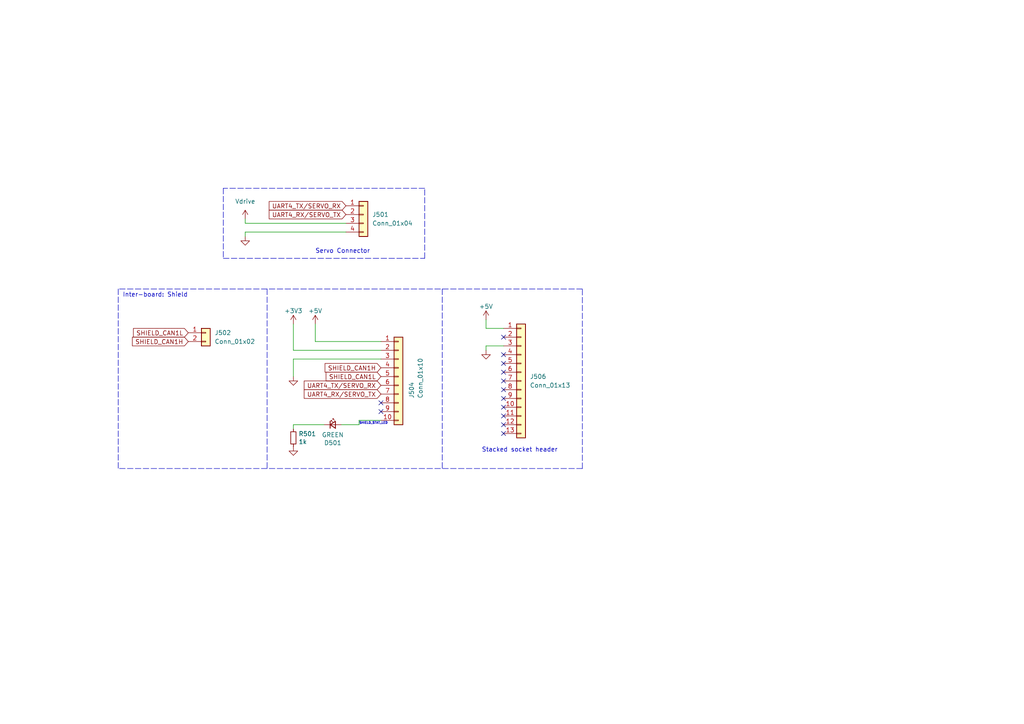
<source format=kicad_sch>
(kicad_sch (version 20211123) (generator eeschema)
  (paper "A4")
  (lib_symbols
    (symbol "BluePhil-rescue:+3.3V-power" (power) (pin_names (offset 0))
      (property "Value" "+3.3V-power" (at 0 3.556 0))
      (symbol "+3.3V-power_0_1"
        (polyline (pts (xy -0.762 1.27) (xy 0 2.54)))
        (polyline (pts (xy 0 0) (xy 0 2.54)))
        (polyline (pts (xy 0 2.54) (xy 0.762 1.27)))
      )
      (symbol "+3.3V-power_1_1"
        (pin power_in line (at 0 0 90) (length 0) hide (name "+3V3") (number "1"))
      )
    )
    (symbol "Connector_Generic:Conn_01x02" (pin_names (offset 1.016) hide)
      (property "Reference" "J" (at 0 2.54 0))
      (property "Value" "Conn_01x02" (at 0 -5.08 0))
      (symbol "Conn_01x02_1_1"
        (rectangle (start -1.27 -2.413) (end 0 -2.667) (stroke (width 0.1524)))
        (rectangle (start -1.27 0.127) (end 0 -0.127) (stroke (width 0.1524)))
        (rectangle (start -1.27 1.27) (end 1.27 -3.81) (stroke (width 0.254)) (fill (type background)))
        (pin passive line (at -5.08 0 0) (length 3.81) (name "Pin_1") (number "1"))
        (pin passive line (at -5.08 -2.54 0) (length 3.81) (name "Pin_2") (number "2"))
      )
    )
    (symbol "Connector_Generic:Conn_01x04" (pin_names (offset 1.016) hide)
      (property "Reference" "J" (at 0 5.08 0))
      (property "Value" "Conn_01x04" (at 0 -7.62 0))
      (symbol "Conn_01x04_1_1"
        (rectangle (start -1.27 -4.953) (end 0 -5.207) (stroke (width 0.1524)))
        (rectangle (start -1.27 -2.413) (end 0 -2.667) (stroke (width 0.1524)))
        (rectangle (start -1.27 0.127) (end 0 -0.127) (stroke (width 0.1524)))
        (rectangle (start -1.27 2.667) (end 0 2.413) (stroke (width 0.1524)))
        (rectangle (start -1.27 3.81) (end 1.27 -6.35) (stroke (width 0.254)) (fill (type background)))
        (pin passive line (at -5.08 2.54 0) (length 3.81) (name "Pin_1") (number "1"))
        (pin passive line (at -5.08 0 0) (length 3.81) (name "Pin_2") (number "2"))
        (pin passive line (at -5.08 -2.54 0) (length 3.81) (name "Pin_3") (number "3"))
        (pin passive line (at -5.08 -5.08 0) (length 3.81) (name "Pin_4") (number "4"))
      )
    )
    (symbol "Connector_Generic:Conn_01x10" (pin_names (offset 1.016) hide)
      (property "Reference" "J" (at 0 12.7 0))
      (property "Value" "Conn_01x10" (at 0 -15.24 0))
      (symbol "Conn_01x10_1_1"
        (rectangle (start -1.27 -12.573) (end 0 -12.827) (stroke (width 0.1524)))
        (rectangle (start -1.27 -10.033) (end 0 -10.287) (stroke (width 0.1524)))
        (rectangle (start -1.27 -7.493) (end 0 -7.747) (stroke (width 0.1524)))
        (rectangle (start -1.27 -4.953) (end 0 -5.207) (stroke (width 0.1524)))
        (rectangle (start -1.27 -2.413) (end 0 -2.667) (stroke (width 0.1524)))
        (rectangle (start -1.27 0.127) (end 0 -0.127) (stroke (width 0.1524)))
        (rectangle (start -1.27 2.667) (end 0 2.413) (stroke (width 0.1524)))
        (rectangle (start -1.27 5.207) (end 0 4.953) (stroke (width 0.1524)))
        (rectangle (start -1.27 7.747) (end 0 7.493) (stroke (width 0.1524)))
        (rectangle (start -1.27 10.287) (end 0 10.033) (stroke (width 0.1524)))
        (rectangle (start -1.27 11.43) (end 1.27 -13.97) (stroke (width 0.254)) (fill (type background)))
        (pin passive line (at -5.08 10.16 0) (length 3.81) (name "Pin_1") (number "1"))
        (pin passive line (at -5.08 -12.7 0) (length 3.81) (name "Pin_10") (number "10"))
        (pin passive line (at -5.08 7.62 0) (length 3.81) (name "Pin_2") (number "2"))
        (pin passive line (at -5.08 5.08 0) (length 3.81) (name "Pin_3") (number "3"))
        (pin passive line (at -5.08 2.54 0) (length 3.81) (name "Pin_4") (number "4"))
        (pin passive line (at -5.08 0 0) (length 3.81) (name "Pin_5") (number "5"))
        (pin passive line (at -5.08 -2.54 0) (length 3.81) (name "Pin_6") (number "6"))
        (pin passive line (at -5.08 -5.08 0) (length 3.81) (name "Pin_7") (number "7"))
        (pin passive line (at -5.08 -7.62 0) (length 3.81) (name "Pin_8") (number "8"))
        (pin passive line (at -5.08 -10.16 0) (length 3.81) (name "Pin_9") (number "9"))
      )
    )
    (symbol "Connector_Generic:Conn_01x13" (pin_names (offset 1.016) hide)
      (property "Reference" "J" (at 0 17.78 0))
      (property "Value" "Conn_01x13" (at 0 -17.78 0))
      (symbol "Conn_01x13_1_1"
        (rectangle (start -1.27 -15.113) (end 0 -15.367) (stroke (width 0.1524)))
        (rectangle (start -1.27 -12.573) (end 0 -12.827) (stroke (width 0.1524)))
        (rectangle (start -1.27 -10.033) (end 0 -10.287) (stroke (width 0.1524)))
        (rectangle (start -1.27 -7.493) (end 0 -7.747) (stroke (width 0.1524)))
        (rectangle (start -1.27 -4.953) (end 0 -5.207) (stroke (width 0.1524)))
        (rectangle (start -1.27 -2.413) (end 0 -2.667) (stroke (width 0.1524)))
        (rectangle (start -1.27 0.127) (end 0 -0.127) (stroke (width 0.1524)))
        (rectangle (start -1.27 2.667) (end 0 2.413) (stroke (width 0.1524)))
        (rectangle (start -1.27 5.207) (end 0 4.953) (stroke (width 0.1524)))
        (rectangle (start -1.27 7.747) (end 0 7.493) (stroke (width 0.1524)))
        (rectangle (start -1.27 10.287) (end 0 10.033) (stroke (width 0.1524)))
        (rectangle (start -1.27 12.827) (end 0 12.573) (stroke (width 0.1524)))
        (rectangle (start -1.27 15.367) (end 0 15.113) (stroke (width 0.1524)))
        (rectangle (start -1.27 16.51) (end 1.27 -16.51) (stroke (width 0.254)) (fill (type background)))
        (pin passive line (at -5.08 15.24 0) (length 3.81) (name "Pin_1") (number "1"))
        (pin passive line (at -5.08 -7.62 0) (length 3.81) (name "Pin_10") (number "10"))
        (pin passive line (at -5.08 -10.16 0) (length 3.81) (name "Pin_11") (number "11"))
        (pin passive line (at -5.08 -12.7 0) (length 3.81) (name "Pin_12") (number "12"))
        (pin passive line (at -5.08 -15.24 0) (length 3.81) (name "Pin_13") (number "13"))
        (pin passive line (at -5.08 12.7 0) (length 3.81) (name "Pin_2") (number "2"))
        (pin passive line (at -5.08 10.16 0) (length 3.81) (name "Pin_3") (number "3"))
        (pin passive line (at -5.08 7.62 0) (length 3.81) (name "Pin_4") (number "4"))
        (pin passive line (at -5.08 5.08 0) (length 3.81) (name "Pin_5") (number "5"))
        (pin passive line (at -5.08 2.54 0) (length 3.81) (name "Pin_6") (number "6"))
        (pin passive line (at -5.08 0 0) (length 3.81) (name "Pin_7") (number "7"))
        (pin passive line (at -5.08 -2.54 0) (length 3.81) (name "Pin_8") (number "8"))
        (pin passive line (at -5.08 -5.08 0) (length 3.81) (name "Pin_9") (number "9"))
      )
    )
    (symbol "Device:LED_Small" (pin_numbers hide) (pin_names (offset 0.254) hide)
      (property "Reference" "D" (at -1.27 3.175 0))
      (property "Value" "LED_Small" (at -4.445 -2.54 0))
      (symbol "LED_Small_0_1"
        (polyline (pts (xy -0.762 -1.016) (xy -0.762 1.016)) (stroke (width 0.254)))
        (polyline (pts (xy 1.016 0) (xy -0.762 0)))
        (polyline (pts (xy 0.762 -1.016) (xy -0.762 0) (xy 0.762 1.016) (xy 0.762 -1.016)) (stroke (width 0.254)))
        (polyline (pts (xy 0 0.762) (xy -0.508 1.27) (xy -0.254 1.27) (xy -0.508 1.27) (xy -0.508 1.016)))
        (polyline (pts (xy 0.508 1.27) (xy 0 1.778) (xy 0.254 1.778) (xy 0 1.778) (xy 0 1.524)))
      )
      (symbol "LED_Small_1_1"
        (pin passive line (at -2.54 0 0) (length 1.778) (name "K") (number "1"))
        (pin passive line (at 2.54 0 180) (length 1.778) (name "A") (number "2"))
      )
    )
    (symbol "Device:R_Small" (pin_numbers hide) (pin_names (offset 0.254) hide)
      (property "Reference" "R" (at 0.762 0.508 0))
      (property "Value" "R_Small" (at 0.762 -1.016 0))
      (symbol "R_Small_0_1"
        (rectangle (start -0.762 1.778) (end 0.762 -1.778) (stroke (width 0.2032)))
      )
      (symbol "R_Small_1_1"
        (pin passive line (at 0 2.54 270) (length 0.762) (name "~") (number "1"))
        (pin passive line (at 0 -2.54 90) (length 0.762) (name "~") (number "2"))
      )
    )
    (symbol "power:+5V" (power) (pin_names (offset 0))
      (property "Value" "+5V" (at 0 3.556 0))
      (symbol "+5V_0_1"
        (polyline (pts (xy -0.762 1.27) (xy 0 2.54)))
        (polyline (pts (xy 0 0) (xy 0 2.54)))
        (polyline (pts (xy 0 2.54) (xy 0.762 1.27)))
      )
      (symbol "+5V_1_1"
        (pin power_in line (at 0 0 90) (length 0) hide (name "+5V") (number "1"))
      )
    )
    (symbol "power:GND" (power) (pin_names (offset 0))
      (property "Value" "GND" (at 0 -3.81 0))
      (symbol "GND_0_1"
        (polyline (pts (xy 0 0) (xy 0 -1.27) (xy 1.27 -1.27) (xy 0 -2.54) (xy -1.27 -1.27) (xy 0 -1.27)))
      )
      (symbol "GND_1_1"
        (pin power_in line (at 0 0 270) (length 0) hide (name "GND") (number "1"))
      )
    )
    (symbol "power:Vdrive" (power) (pin_names (offset 0))
      (property "Value" "Vdrive" (at 0 3.81 0))
      (symbol "Vdrive_0_1"
        (polyline (pts (xy -0.762 1.27) (xy 0 2.54)))
        (polyline (pts (xy 0 0) (xy 0 2.54)))
        (polyline (pts (xy 0 2.54) (xy 0.762 1.27)))
      )
      (symbol "Vdrive_1_1"
        (pin power_in line (at 0 0 90) (length 0) hide (name "Vdrive") (number "1"))
      )
    )
  )
  (no_connect (at 146.05 123.19))
  (no_connect (at 146.05 120.65))
  (no_connect (at 146.05 125.73))
  (no_connect (at 146.05 118.11))
  (no_connect (at 146.05 115.57))
  (no_connect (at 146.05 105.41))
  (no_connect (at 146.05 110.49))
  (no_connect (at 146.05 113.03))
  (no_connect (at 146.05 107.95))
  (no_connect (at 146.05 102.87))
  (no_connect (at 146.05 97.79))
  (no_connect (at 110.49 119.38))
  (no_connect (at 110.49 116.84))
  (polyline (pts (xy 77.47 83.82) (xy 77.47 135.89)))
  (wire (pts (xy 104.14 121.92) (xy 104.14 123.19)))
  (wire (pts (xy 140.97 100.33) (xy 146.05 100.33)))
  (wire (pts (xy 85.09 93.98) (xy 85.09 101.6)))
  (wire (pts (xy 140.97 101.6) (xy 140.97 100.33)))
  (wire (pts (xy 85.09 109.22) (xy 85.09 104.14)))
  (wire (pts (xy 85.09 104.14) (xy 110.49 104.14)))
  (polyline (pts (xy 64.77 74.93) (xy 123.19 74.93)))
  (wire (pts (xy 140.97 92.71) (xy 140.97 95.25)))
  (wire (pts (xy 91.44 93.98) (xy 91.44 99.06)))
  (wire (pts (xy 99.06 123.19) (xy 104.14 123.19)))
  (polyline (pts (xy 123.19 74.93) (xy 123.19 54.61)))
  (wire (pts (xy 71.12 63.5) (xy 71.12 64.77)))
  (polyline (pts (xy 123.19 54.61) (xy 64.77 54.61)))
  (wire (pts (xy 104.14 121.92) (xy 110.49 121.92)))
  (wire (pts (xy 140.97 95.25) (xy 146.05 95.25)))
  (wire (pts (xy 71.12 68.58) (xy 71.12 67.31)))
  (polyline (pts (xy 34.29 83.82) (xy 34.29 135.89)))
  (wire (pts (xy 93.98 123.19) (xy 85.09 123.19)))
  (wire (pts (xy 85.09 101.6) (xy 110.49 101.6)))
  (polyline (pts (xy 168.91 135.89) (xy 168.91 83.82)))
  (wire (pts (xy 85.09 123.19) (xy 85.09 124.46)))
  (polyline (pts (xy 168.91 83.82) (xy 34.29 83.82)))
  (polyline (pts (xy 168.91 135.89) (xy 34.29 135.89)))
  (wire (pts (xy 71.12 67.31) (xy 100.33 67.31)))
  (wire (pts (xy 71.12 64.77) (xy 100.33 64.77)))
  (polyline (pts (xy 128.27 83.82) (xy 128.27 135.89)))
  (wire (pts (xy 91.44 99.06) (xy 110.49 99.06)))
  (polyline (pts (xy 64.77 54.61) (xy 64.77 74.93)))
  (text "Inter-board: Shield\n" (at 35.56 86.36 0) (effects (font (size 1.27 1.27)) (justify left bottom)))
  (text "Stacked socket header\n\n" (at 139.7 133.35 0) (effects (font (size 1.27 1.27)) (justify left bottom)))
  (text "SHIELD_STAT_LED\n" (at 104.14 123.19 0) (effects (font (size 0.64 0.64)) (justify left bottom)))
  (text "Servo Connector\n" (at 91.44 73.66 0) (effects (font (size 1.27 1.27)) (justify left bottom)))
  (global_label "SHIELD_CAN1L" (shape input) (at 54.61 96.52 180) (property "Intersheet References" "${INTERSHEET_REFS}" (effects hide)))
  (global_label "UART4_RX{slash}SERVO_TX" (shape input) (at 100.33 62.23 180) (property "Intersheet References" "${INTERSHEET_REFS}" (effects hide)))
  (global_label "SHIELD_CAN1L" (shape input) (at 110.49 109.22 180) (property "Intersheet References" "${INTERSHEET_REFS}" (effects hide)))
  (global_label "UART4_TX{slash}SERVO_RX" (shape input) (at 110.49 111.76 180) (property "Intersheet References" "${INTERSHEET_REFS}" (effects hide)))
  (global_label "UART4_TX{slash}SERVO_RX" (shape input) (at 100.33 59.69 180) (property "Intersheet References" "${INTERSHEET_REFS}" (effects hide)))
  (global_label "SHIELD_CAN1H" (shape input) (at 110.49 106.68 180) (property "Intersheet References" "${INTERSHEET_REFS}" (effects hide)))
  (global_label "SHIELD_CAN1H" (shape input) (at 54.61 99.06 180) (property "Intersheet References" "${INTERSHEET_REFS}" (effects hide)))
  (global_label "UART4_RX{slash}SERVO_TX" (shape input) (at 110.49 114.3 180) (property "Intersheet References" "${INTERSHEET_REFS}" (effects hide)))
  (symbol (lib_id "power:GND") (at 85.09 109.22 0) (unit 1)
    (property "Reference" "#PWR?" (effects hide))
    (property "Value" "GND" (effects hide))
  )
  (symbol (lib_id "Device:R_Small") (at 85.09 127 0) (unit 1)
    (property "Reference" "R501" (at 86.5886 125.8316 0) (effects (justify left)))
    (property "Value" "1k" (at 86.5886 128.143 0) (effects (justify left)))
    (property "Footprint" "Resistor_SMD:R_0402_1005Metric" (effects hide))
    (property "LCSC Part #" "C11702" (effects hide))
  )
  (symbol (lib_id "Connector_Generic:Conn_01x10") (at 115.57 109.22 0) (unit 1)
    (property "Reference" "J504" (at 119.38 115.57 90) (effects (justify left)))
    (property "Value" "Conn_01x10" (at 121.92 115.57 90) (effects (justify left)))
    (property "Footprint" "Connector_PinSocket_2.54mm:PinSocket_1x10_P2.54mm_Vertical" (effects hide))
  )
  (symbol (lib_id "power:Vdrive") (at 71.12 63.5 0) (unit 1)
    (property "Reference" "#PWR?" (effects hide))
    (property "Value" "Vdrive" (at 71.12 58.42 0))
  )
  (symbol (lib_id "power:+5V") (at 91.44 93.98 0) (unit 1)
    (property "Reference" "#PWR?" (effects hide))
    (property "Value" "+5V" (at 91.44 90.17 0))
  )
  (symbol (lib_id "Connector_Generic:Conn_01x02") (at 59.69 96.52 0) (unit 1)
    (property "Reference" "J502" (at 62.23 96.5199 0) (effects (justify left)))
    (property "Value" "Conn_01x02" (at 62.23 99.0599 0) (effects (justify left)))
    (property "Footprint" "SnapEDA Library:JST_B2B-XH-A(LF)(SN)" (effects hide))
  )
  (symbol (lib_id "Connector_Generic:Conn_01x13") (at 151.13 110.49 0) (unit 1)
    (property "Reference" "J506" (at 153.67 109.2199 0) (effects (justify left)))
    (property "Value" "Conn_01x13" (at 153.67 111.7599 0) (effects (justify left)))
    (property "Footprint" "Connector_PinSocket_2.54mm:PinSocket_1x13_P2.54mm_Vertical" (effects hide))
  )
  (symbol (lib_id "power:+5V") (at 140.97 92.71 0) (unit 1)
    (property "Reference" "#PWR?" (effects hide))
    (property "Value" "+5V" (at 140.97 88.9 0))
  )
  (symbol (lib_id "Device:LED_Small") (at 96.52 123.19 0) (unit 1)
    (property "Reference" "D501" (at 96.52 128.4478 0))
    (property "Value" "GREEN" (at 96.52 126.1364 0))
    (property "Footprint" "LED_SMD:LED_0603_1608Metric" (effects hide))
    (property "LCSC Part #" "C72043" (effects hide))
  )
  (symbol (lib_id "Connector_Generic:Conn_01x04") (at 105.41 62.23 0) (unit 1)
    (property "Reference" "J501" (at 107.95 62.2299 0) (effects (justify left)))
    (property "Value" "Conn_01x04" (at 107.95 64.7699 0) (effects (justify left)))
    (property "Footprint" "SnapEDA Library:JST_B4B-XH-A(LF)(SN)" (effects hide))
  )
  (symbol (lib_id "power:GND") (at 85.09 129.54 0) (unit 1)
    (property "Reference" "#PWR?" (effects hide))
    (property "Value" "GND" (effects hide))
  )
  (symbol (lib_id "power:GND") (at 140.97 101.6 0) (unit 1)
    (property "Reference" "#PWR?" (effects hide))
    (property "Value" "GND" (effects hide))
  )
  (symbol (lib_id "BluePhil-rescue:+3.3V-power") (at 85.09 93.98 0) (unit 1)
    (property "Reference" "#PWR?" (effects hide))
    (property "Value" "+3.3V" (at 85.09 90.17 0))
  )
  (symbol (lib_id "power:GND") (at 71.12 68.58 0) (unit 1)
    (property "Reference" "#PWR?" (effects hide))
    (property "Value" "GND" (effects hide))
  )
)
</source>
